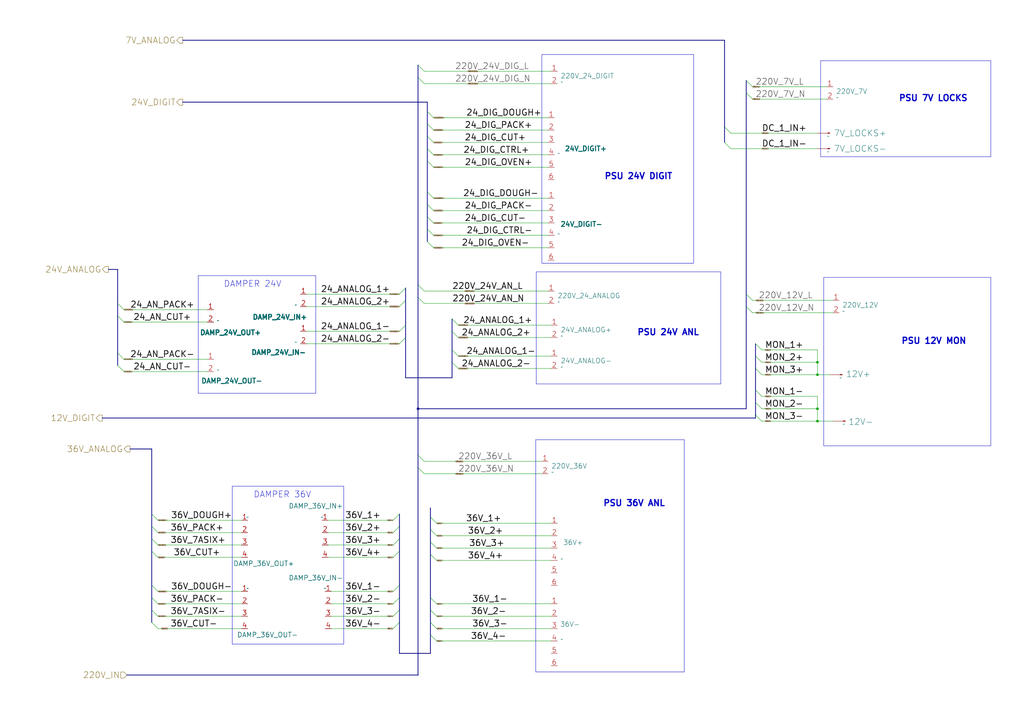
<source format=kicad_sch>
(kicad_sch (version 20231120) (generator "eeschema") (generator_version "8.0")
  (paper "A3")
  (lib_symbols
    (symbol "Connector:Conn_01x01_Pin_(WIDE)" (pin_numbers hide) (pin_names (offset 1.016) hide)
      (property "Reference" "J" (at 0.254 6.604 0))
      (property "Value" "Conn_01x01_Pin_(WIDE)" (at 0 -2.54 0))
      (symbol "Conn_01x01_Pin_(WIDE)_1_1"
        (polyline (pts (xy 1.27 0) (xy 0.8636 0)) (stroke (width 0.1524)))
        (rectangle (start 0.8636 0.127) (end 0 -0.127) (stroke (width 0.1524)) (fill (type outline)))
        (pin passive line (at 5.08 0 180) (length 3.81) (name "Pin_1") (number "1"))
      )
    )
    (symbol "Connector:Conn_01x02_(wide)"
      (property "Reference" "J" (at 0 0 0))
      (symbol "Conn_01x02_(wide)_1_1"
        (pin input line (at -2.54 -5.08 0) (length 2.54) (name "") (number "1"))
        (pin input line (at -2.54 -10.16 0) (length 2.54) (name "") (number "2"))
      )
    )
    (symbol "Connector:Conn_01x04_(wide)"
      (property "Reference" "J" (at 0 0 0))
      (symbol "Conn_01x04_(wide)_1_1"
        (pin input line (at -2.54 -5.08 0) (length 2.54) (name "") (number "1"))
        (pin input line (at -2.54 -10.16 0) (length 2.54) (name "") (number "2"))
        (pin input line (at -2.54 -15.24 0) (length 2.54) (name "") (number "3"))
        (pin input line (at -2.54 -20.32 0) (length 2.54) (name "") (number "4"))
      )
    )
    (symbol "Connector:Conn_01x06_(wide)"
      (property "Reference" "J" (at 0 0 0))
      (symbol "Conn_01x06_(wide)_1_1"
        (pin input line (at -2.54 -5.08 0) (length 2.54) (name "") (number "1"))
        (pin input line (at -2.54 -10.16 0) (length 2.54) (name "") (number "2"))
        (pin input line (at -2.54 -15.24 0) (length 2.54) (name "") (number "3"))
        (pin input line (at -2.54 -20.32 0) (length 2.54) (name "") (number "4"))
        (pin input line (at -2.54 -25.4 0) (length 2.54) (name "") (number "5"))
        (pin input line (at -2.54 -30.48 0) (length 2.54) (name "") (number "6"))
      )
    )
  )
  (junction (at 335.28 153.67))
  (junction (at 335.28 167.64))
  (junction (at 335.28 172.72))
  (junction (at 171.45 167.64))
  (junction (at 335.28 148.59))
  (bus_entry (at 163.83 240.03) (size -2.54 2.54))
  (bus_entry (at 171.45 121.92) (size 2.54 2.54))
  (bus_entry (at 297.18 58.42) (size 2.54 2.54))
  (bus_entry (at 175.26 99.06) (size 2.54 2.54))
  (bus_entry (at 48.26 124.46) (size 2.54 2.54))
  (bus_entry (at 306.07 33.02) (size 2.54 2.54))
  (bus_entry (at 176.53 255.27) (size 2.54 2.54))
  (bus_entry (at 175.26 60.96) (size 2.54 2.54))
  (bus_entry (at 175.26 50.8) (size 2.54 2.54))
  (bus_entry (at 175.26 93.98) (size 2.54 2.54))
  (bus_entry (at 297.18 52.07) (size 2.54 2.54))
  (bus_entry (at 175.26 45.72) (size 2.54 2.54))
  (bus_entry (at 309.88 151.13) (size 2.54 2.54))
  (bus_entry (at 163.83 245.11) (size -2.54 2.54))
  (bus_entry (at 163.83 226.06) (size -2.54 2.54))
  (bus_entry (at 309.88 140.97) (size 2.54 2.54))
  (bus_entry (at 171.45 116.84) (size 2.54 2.54))
  (bus_entry (at 185.42 130.81) (size 2.54 2.54))
  (bus_entry (at 176.53 250.19) (size 2.54 2.54))
  (bus_entry (at 62.23 226.06) (size 2.54 2.54))
  (bus_entry (at 166.37 138.43) (size -2.54 2.54))
  (bus_entry (at 62.23 220.98) (size 2.54 2.54))
  (bus_entry (at 163.83 250.19) (size -2.54 2.54))
  (bus_entry (at 185.42 148.59) (size 2.54 2.54))
  (bus_entry (at 62.23 245.11) (size 2.54 2.54))
  (bus_entry (at 176.53 227.33) (size 2.54 2.54))
  (bus_entry (at 176.53 245.11) (size 2.54 2.54))
  (bus_entry (at 163.83 215.9) (size -2.54 2.54))
  (bus_entry (at 175.26 88.9) (size 2.54 2.54))
  (bus_entry (at 171.45 191.77) (size 2.54 2.54))
  (bus_entry (at 176.53 260.35) (size 2.54 2.54))
  (bus_entry (at 171.45 186.69) (size 2.54 2.54))
  (bus_entry (at 62.23 250.19) (size 2.54 2.54))
  (bus_entry (at 166.37 133.35) (size -2.54 2.54))
  (bus_entry (at 171.45 31.75) (size 2.54 2.54))
  (bus_entry (at 166.37 118.11) (size -2.54 2.54))
  (bus_entry (at 309.88 170.18) (size 2.54 2.54))
  (bus_entry (at 163.83 255.27) (size -2.54 2.54))
  (bus_entry (at 176.53 212.09) (size 2.54 2.54))
  (bus_entry (at 309.88 146.05) (size 2.54 2.54))
  (bus_entry (at 306.07 38.1) (size 2.54 2.54))
  (bus_entry (at 171.45 26.67) (size 2.54 2.54))
  (bus_entry (at 175.26 83.82) (size 2.54 2.54))
  (bus_entry (at 306.07 125.73) (size 2.54 2.54))
  (bus_entry (at 163.83 220.98) (size -2.54 2.54))
  (bus_entry (at 309.88 160.02) (size 2.54 2.54))
  (bus_entry (at 309.88 165.1) (size 2.54 2.54))
  (bus_entry (at 175.26 55.88) (size 2.54 2.54))
  (bus_entry (at 166.37 123.19) (size -2.54 2.54))
  (bus_entry (at 48.26 129.54) (size 2.54 2.54))
  (bus_entry (at 62.23 215.9) (size 2.54 2.54))
  (bus_entry (at 176.53 217.17) (size 2.54 2.54))
  (bus_entry (at 175.26 66.04) (size 2.54 2.54))
  (bus_entry (at 48.26 144.78) (size 2.54 2.54))
  (bus_entry (at 306.07 120.65) (size 2.54 2.54))
  (bus_entry (at 62.23 255.27) (size 2.54 2.54))
  (bus_entry (at 163.83 210.82) (size -2.54 2.54))
  (bus_entry (at 62.23 210.82) (size 2.54 2.54))
  (bus_entry (at 185.42 135.89) (size 2.54 2.54))
  (bus_entry (at 48.26 149.86) (size 2.54 2.54))
  (bus_entry (at 62.23 240.03) (size 2.54 2.54))
  (bus_entry (at 175.26 78.74) (size 2.54 2.54))
  (bus_entry (at 176.53 222.25) (size 2.54 2.54))
  (bus_entry (at 185.42 143.51) (size 2.54 2.54))
  (wire (pts (xy 173.99 194.31) (xy 222.25 194.31)))
  (wire (pts (xy 187.96 138.43) (xy 226.06 138.43)))
  (wire (pts (xy 179.07 214.63) (xy 226.06 214.63)))
  (bus (pts (xy 171.45 167.64) (xy 306.07 167.64)))
  (wire (pts (xy 335.28 172.72) (xy 341.63 172.72)))
  (bus (pts (xy 163.83 215.9) (xy 163.83 220.98)))
  (wire (pts (xy 134.62 213.36) (xy 161.29 213.36)))
  (bus (pts (xy 175.26 93.98) (xy 175.26 99.06)))
  (wire (pts (xy 64.77 223.52) (xy 99.06 223.52)))
  (bus (pts (xy 48.26 124.46) (xy 48.26 129.54)))
  (bus (pts (xy 171.45 31.75) (xy 171.45 116.84)))
  (wire (pts (xy 173.99 119.38) (xy 224.79 119.38)))
  (wire (pts (xy 173.99 29.21) (xy 226.06 29.21)))
  (bus (pts (xy 171.45 191.77) (xy 171.45 276.86)))
  (bus (pts (xy 185.42 135.89) (xy 185.42 143.51)))
  (bus (pts (xy 176.53 208.28) (xy 176.53 212.09)))
  (wire (pts (xy 187.96 146.05) (xy 226.06 146.05)))
  (wire (pts (xy 335.28 148.59) (xy 335.28 143.51)))
  (wire (pts (xy 173.99 189.23) (xy 222.25 189.23)))
  (bus (pts (xy 163.83 220.98) (xy 163.83 226.06)))
  (bus (pts (xy 306.07 125.73) (xy 306.07 167.64)))
  (bus (pts (xy 166.37 118.11) (xy 166.37 123.19)))
  (wire (pts (xy 64.77 257.81) (xy 99.06 257.81)))
  (bus (pts (xy 163.83 245.11) (xy 163.83 250.19)))
  (wire (pts (xy 299.72 60.96) (xy 335.28 60.96)))
  (wire (pts (xy 135.89 257.81) (xy 161.29 257.81)))
  (bus (pts (xy 297.18 52.07) (xy 297.18 58.42)))
  (wire (pts (xy 308.61 123.19) (xy 341.63 123.19)))
  (wire (pts (xy 50.8 147.32) (xy 85.09 147.32)))
  (bus (pts (xy 166.37 154.94) (xy 185.42 154.94)))
  (wire (pts (xy 64.77 252.73) (xy 99.06 252.73)))
  (wire (pts (xy 177.8 91.44) (xy 224.79 91.44)))
  (bus (pts (xy 176.53 212.09) (xy 176.53 217.17)))
  (bus (pts (xy 74.93 16.51) (xy 297.18 16.51)))
  (bus (pts (xy 48.26 124.46) (xy 48.26 110.49)))
  (bus (pts (xy 62.23 245.11) (xy 62.23 250.19)))
  (bus (pts (xy 53.34 184.15) (xy 62.23 184.15)))
  (wire (pts (xy 125.73 125.73) (xy 163.83 125.73)))
  (bus (pts (xy 176.53 222.25) (xy 176.53 227.33)))
  (wire (pts (xy 335.28 162.56) (xy 312.42 162.56)))
  (bus (pts (xy 176.53 250.19) (xy 176.53 255.27)))
  (wire (pts (xy 64.77 228.6) (xy 99.06 228.6)))
  (bus (pts (xy 62.23 226.06) (xy 62.23 240.03)))
  (wire (pts (xy 179.07 262.89) (xy 226.06 262.89)))
  (bus (pts (xy 175.26 60.96) (xy 175.26 66.04)))
  (bus (pts (xy 166.37 133.35) (xy 166.37 138.43)))
  (wire (pts (xy 64.77 218.44) (xy 99.06 218.44)))
  (bus (pts (xy 185.42 154.94) (xy 185.42 148.59)))
  (bus (pts (xy 185.42 143.51) (xy 185.42 148.59)))
  (wire (pts (xy 335.28 143.51) (xy 312.42 143.51)))
  (bus (pts (xy 309.88 140.97) (xy 309.88 146.05)))
  (bus (pts (xy 163.83 240.03) (xy 163.83 245.11)))
  (wire (pts (xy 308.61 40.64) (xy 339.09 40.64)))
  (wire (pts (xy 179.07 252.73) (xy 226.06 252.73)))
  (wire (pts (xy 134.62 218.44) (xy 161.29 218.44)))
  (bus (pts (xy 74.93 41.91) (xy 175.26 41.91)))
  (wire (pts (xy 308.61 35.56) (xy 339.09 35.56)))
  (wire (pts (xy 335.28 153.67) (xy 335.28 148.59)))
  (bus (pts (xy 175.26 88.9) (xy 175.26 93.98)))
  (bus (pts (xy 175.26 83.82) (xy 175.26 88.9)))
  (wire (pts (xy 308.61 128.27) (xy 341.63 128.27)))
  (bus (pts (xy 175.26 50.8) (xy 175.26 55.88)))
  (bus (pts (xy 163.83 255.27) (xy 163.83 267.97)))
  (bus (pts (xy 306.07 125.73) (xy 306.07 120.65)))
  (wire (pts (xy 125.73 140.97) (xy 163.83 140.97)))
  (bus (pts (xy 48.26 129.54) (xy 48.26 144.78)))
  (bus (pts (xy 297.18 16.51) (xy 297.18 52.07)))
  (wire (pts (xy 177.8 81.28) (xy 224.79 81.28)))
  (bus (pts (xy 176.53 217.17) (xy 176.53 222.25)))
  (wire (pts (xy 135.89 247.65) (xy 161.29 247.65)))
  (bus (pts (xy 185.42 130.81) (xy 185.42 135.89)))
  (wire (pts (xy 64.77 213.36) (xy 99.06 213.36)))
  (wire (pts (xy 125.73 120.65) (xy 163.83 120.65)))
  (bus (pts (xy 309.88 160.02) (xy 309.88 165.1)))
  (bus (pts (xy 175.26 45.72) (xy 175.26 50.8)))
  (wire (pts (xy 312.42 153.67) (xy 335.28 153.67)))
  (wire (pts (xy 50.8 127) (xy 85.09 127)))
  (wire (pts (xy 224.79 124.46) (xy 173.99 124.46)))
  (bus (pts (xy 175.26 41.91) (xy 175.26 45.72)))
  (wire (pts (xy 179.07 229.87) (xy 226.06 229.87)))
  (bus (pts (xy 166.37 123.19) (xy 166.37 133.35)))
  (wire (pts (xy 125.73 135.89) (xy 163.83 135.89)))
  (wire (pts (xy 177.8 86.36) (xy 224.79 86.36)))
  (bus (pts (xy 176.53 267.97) (xy 176.53 260.35)))
  (wire (pts (xy 312.42 148.59) (xy 335.28 148.59)))
  (wire (pts (xy 179.07 224.79) (xy 226.06 224.79)))
  (bus (pts (xy 163.83 250.19) (xy 163.83 255.27)))
  (bus (pts (xy 171.45 167.64) (xy 171.45 186.69)))
  (wire (pts (xy 177.8 63.5) (xy 224.79 63.5)))
  (bus (pts (xy 176.53 255.27) (xy 176.53 260.35)))
  (bus (pts (xy 176.53 227.33) (xy 176.53 245.11)))
  (wire (pts (xy 179.07 219.71) (xy 226.06 219.71)))
  (wire (pts (xy 177.8 68.58) (xy 224.79 68.58)))
  (bus (pts (xy 306.07 33.02) (xy 306.07 38.1)))
  (bus (pts (xy 163.83 267.97) (xy 176.53 267.97)))
  (bus (pts (xy 166.37 138.43) (xy 166.37 154.94)))
  (wire (pts (xy 134.62 228.6) (xy 161.29 228.6)))
  (wire (pts (xy 187.96 133.35) (xy 226.06 133.35)))
  (bus (pts (xy 171.45 116.84) (xy 171.45 121.92)))
  (bus (pts (xy 175.26 66.04) (xy 175.26 78.74)))
  (wire (pts (xy 312.42 172.72) (xy 335.28 172.72)))
  (bus (pts (xy 163.83 210.82) (xy 163.83 215.9)))
  (bus (pts (xy 62.23 250.19) (xy 62.23 255.27)))
  (bus (pts (xy 44.45 110.49) (xy 48.26 110.49)))
  (wire (pts (xy 312.42 167.64) (xy 335.28 167.64)))
  (bus (pts (xy 62.23 215.9) (xy 62.23 220.98)))
  (wire (pts (xy 299.72 54.61) (xy 335.28 54.61)))
  (bus (pts (xy 176.53 245.11) (xy 176.53 250.19)))
  (wire (pts (xy 177.8 48.26) (xy 224.79 48.26)))
  (bus (pts (xy 309.88 160.02) (xy 309.88 151.13)))
  (bus (pts (xy 62.23 240.03) (xy 62.23 245.11)))
  (wire (pts (xy 135.89 242.57) (xy 161.29 242.57)))
  (bus (pts (xy 62.23 215.9) (xy 62.23 210.82)))
  (wire (pts (xy 335.28 172.72) (xy 335.28 167.64)))
  (wire (pts (xy 335.28 167.64) (xy 335.28 162.56)))
  (bus (pts (xy 171.45 276.86) (xy 52.07 276.86)))
  (wire (pts (xy 135.89 252.73) (xy 161.29 252.73)))
  (bus (pts (xy 306.07 38.1) (xy 306.07 120.65)))
  (bus (pts (xy 171.45 26.67) (xy 171.45 31.75)))
  (bus (pts (xy 175.26 78.74) (xy 175.26 83.82)))
  (bus (pts (xy 309.88 151.13) (xy 309.88 146.05)))
  (wire (pts (xy 179.07 247.65) (xy 226.06 247.65)))
  (wire (pts (xy 335.28 153.67) (xy 340.36 153.67)))
  (wire (pts (xy 177.8 53.34) (xy 224.79 53.34)))
  (bus (pts (xy 171.45 186.69) (xy 171.45 191.77)))
  (bus (pts (xy 309.88 170.18) (xy 309.88 165.1)))
  (wire (pts (xy 134.62 223.52) (xy 161.29 223.52)))
  (bus (pts (xy 175.26 55.88) (xy 175.26 60.96)))
  (wire (pts (xy 173.99 34.29) (xy 226.06 34.29)))
  (bus (pts (xy 41.91 171.45) (xy 309.88 171.45)))
  (wire (pts (xy 64.77 247.65) (xy 99.06 247.65)))
  (bus (pts (xy 62.23 210.82) (xy 62.23 184.15)))
  (wire (pts (xy 179.07 257.81) (xy 226.06 257.81)))
  (bus (pts (xy 171.45 121.92) (xy 171.45 167.64)))
  (wire (pts (xy 187.96 151.13) (xy 226.06 151.13)))
  (bus (pts (xy 62.23 220.98) (xy 62.23 226.06)))
  (wire (pts (xy 64.77 242.57) (xy 99.06 242.57)))
  (wire (pts (xy 177.8 96.52) (xy 224.79 96.52)))
  (wire (pts (xy 50.8 132.08) (xy 85.09 132.08)))
  (wire (pts (xy 50.8 152.4) (xy 85.09 152.4)))
  (bus (pts (xy 48.26 144.78) (xy 48.26 149.86)))
  (wire (pts (xy 177.8 58.42) (xy 224.79 58.42)))
  (bus (pts (xy 309.88 171.45) (xy 309.88 170.18)))
  (bus (pts (xy 163.83 226.06) (xy 163.83 240.03)))
  (wire (pts (xy 177.8 101.6) (xy 224.79 101.6)))
  (rectangle (start 81.28 113.03) (end 129.54 161.29))
  (rectangle (start 219.964 111.506) (end 295.656 157.48))
  (rectangle (start 222.25 22.352) (end 284.48 107.95))
  (rectangle (start 336.55 24.892) (end 406.4 64.262))
  (rectangle (start 219.71 180.34) (end 280.67 275.59))
  (rectangle (start 95.25 199.39) (end 140.97 264.16))
  (rectangle (start 337.82 113.792) (end 406.4 182.88))
  (text "PSU 7V LOCKS\n" (at 382.778 40.386 0) (effects (font (size 2.5 2.5) (thickness 0.5) (bold yes))))
  (text "DAMPER 36V" (at 115.824 202.946 0) (effects (font (size 2.5 2.5))))
  (text "PSU 24V DIGIT\n" (at 261.874 72.39 0) (effects (font (size 2.5 2.5) (thickness 0.5) (bold yes))))
  (text "PSU 12V MON\n" (at 383.032 139.954 0) (effects (font (size 2.5 2.5) (thickness 0.5) (bold yes))))
  (text "DAMPER 24V" (at 103.632 116.586 0) (effects (font (size 2.5 2.5))))
  (text "PSU 24V ANL\n" (at 274.066 136.398 0) (effects (font (size 2.5 2.5) (thickness 0.5) (bold yes))))
  (text "PSU 36V ANL\n" (at 260.096 206.502 0) (effects (font (size 2.5 2.5) (thickness 0.5) (bold yes))))
  (label "24_DIG_PACK+" (at 190.5 53.34 0) (effects (font (size 2.5 2.5) (thickness 0.3125))))
  (label "36V_2-" (at 156.21 247.65 180) (effects (font (size 2.5 2.5) (thickness 0.3125))))
  (label "24_DIG_OVEN-" (at 217.17 101.6 180) (effects (font (size 2.5 2.5) (thickness 0.3125))))
  (label "36V_DOUGH-" (at 95.25 242.57 180) (effects (font (size 2.5 2.5) (thickness 0.3125))))
  (label "220V_24V_AN_N" (at 185.42 124.46 0) (effects (font (size 2.5 2.5) (thickness 0.3125))))
  (label "220V_36V_N" (at 187.96 194.31 0) (effects (font (size 2.5 2.5))))
  (label "220V_24V_DIG_L" (at 186.69 29.21 0) (effects (font (size 2.5 2.5))))
  (label "220V_7V_L" (at 309.88 35.56 0) (effects (font (size 2.5 2.5))))
  (label "24_ANALOG_2+" (at 189.23 138.43 0) (effects (font (size 2.5 2.5) (thickness 0.3125))))
  (label "36V_3+" (at 156.21 223.52 180) (effects (font (size 2.5 2.5) (thickness 0.3125))))
  (label "36V_PACK+" (at 69.85 218.44 0) (effects (font (size 2.5 2.5) (thickness 0.3125))))
  (label "36V_2-" (at 193.04 252.73 0) (effects (font (size 2.5 2.5) (thickness 0.3125))))
  (label "24_DIG_CTRL+" (at 217.17 63.5 180) (effects (font (size 2.5 2.5) (thickness 0.3125))))
  (label "36V_1-" (at 208.28 247.65 180) (effects (font (size 2.5 2.5) (thickness 0.3125))))
  (label "36V_3-" (at 208.28 257.81 180) (effects (font (size 2.5 2.5) (thickness 0.3125))))
  (label "24_DIG_CUT+" (at 190.5 58.42 0) (effects (font (size 2.5 2.5) (thickness 0.3125))))
  (label "MON_3-" (at 313.69 172.72 0) (effects (font (size 2.5 2.5) (thickness 0.3125))))
  (label "220V_7V_N" (at 309.88 40.64 0) (effects (font (size 2.5 2.5))))
  (label "24_AN_PACK+" (at 53.34 127 0) (effects (font (size 2.5 2.5) (thickness 0.3125))))
  (label "24_ANALOG_1+" (at 160.02 120.65 180) (effects (font (size 2.5 2.5) (thickness 0.3125))))
  (label "36V_4+" (at 191.77 229.87 0) (effects (font (size 2.5 2.5) (thickness 0.3125))))
  (label "24_ANALOG_2-" (at 189.23 151.13 0) (effects (font (size 2.5 2.5) (thickness 0.3125))))
  (label "36V_4-" (at 156.21 257.81 180) (effects (font (size 2.5 2.5) (thickness 0.3125))))
  (label "24_DIG_DOUGH+" (at 222.25 48.26 180) (effects (font (size 2.5 2.5) (thickness 0.3125))))
  (label "24_AN_CUT-" (at 54.61 152.4 0) (effects (font (size 2.5 2.5) (thickness 0.3125))))
  (label "36V_CUT-" (at 69.85 257.81 0) (effects (font (size 2.5 2.5) (thickness 0.3125))))
  (label "36V_4+" (at 156.21 228.6 180) (effects (font (size 2.5 2.5) (thickness 0.3125))))
  (label "DC_1_IN-" (at 312.42 60.96 0) (effects (font (size 2.5 2.5) (thickness 0.3125))))
  (label "24_DIG_CTRL-" (at 218.44 96.52 180) (effects (font (size 2.5 2.5) (thickness 0.3125))))
  (label "24_DIG_OVEN+" (at 218.44 68.58 180) (effects (font (size 2.5 2.5) (thickness 0.3125))))
  (label "36V_7ASIX-" (at 69.85 252.73 0) (effects (font (size 2.5 2.5) (thickness 0.3125))))
  (label "36V_3+" (at 207.01 224.79 180) (effects (font (size 2.5 2.5) (thickness 0.3125))))
  (label "24_ANALOG_1+" (at 218.44 133.35 180) (effects (font (size 2.5 2.5) (thickness 0.3125))))
  (label "36V_2+" (at 156.21 218.44 180) (effects (font (size 2.5 2.5) (thickness 0.3125))))
  (label "220V_36V_L" (at 187.96 189.23 0) (effects (font (size 2.5 2.5))))
  (label "MON_1+" (at 313.69 143.51 0) (effects (font (size 2.5 2.5) (thickness 0.3125))))
  (label "24_DIG_CUT-" (at 190.5 91.44 0) (effects (font (size 2.5 2.5) (thickness 0.3125))))
  (label "220V_12V_N" (at 311.15 128.27 0) (effects (font (size 2.5 2.5))))
  (label "36V_2+" (at 191.77 219.71 0) (effects (font (size 2.5 2.5) (thickness 0.3125))))
  (label "36V_4-" (at 193.04 262.89 0) (effects (font (size 2.5 2.5) (thickness 0.3125))))
  (label "24_ANALOG_2-" (at 160.02 140.97 180) (effects (font (size 2.5 2.5) (thickness 0.3125))))
  (label "36V_DOUGH+" (at 95.25 213.36 180) (effects (font (size 2.5 2.5) (thickness 0.3125))))
  (label "24_DIG_DOUGH-" (at 220.98 81.28 180) (effects (font (size 2.5 2.5) (thickness 0.3125))))
  (label "36V_1+" (at 205.74 214.63 180) (effects (font (size 2.5 2.5) (thickness 0.3125))))
  (label "24_AN_CUT+" (at 54.61 132.08 0) (effects (font (size 2.5 2.5) (thickness 0.3125))))
  (label "24_AN_PACK-" (at 53.34 147.32 0) (effects (font (size 2.5 2.5) (thickness 0.3125))))
  (label "36V_3-" (at 156.21 252.73 180) (effects (font (size 2.5 2.5) (thickness 0.3125))))
  (label "24_DIG_PACK-" (at 190.5 86.36 0) (effects (font (size 2.5 2.5) (thickness 0.3125))))
  (label "36V_7ASIX+" (at 69.85 223.52 0) (effects (font (size 2.5 2.5) (thickness 0.3125))))
  (label "220V_12V_L" (at 311.15 123.19 0) (effects (font (size 2.5 2.5))))
  (label "220V_24V_DIG_N" (at 186.69 34.29 0) (effects (font (size 2.5 2.5))))
  (label "36V_1+" (at 156.21 213.36 180) (effects (font (size 2.5 2.5) (thickness 0.3125))))
  (label "36V_CUT+" (at 71.12 228.6 0) (effects (font (size 2.5 2.5) (thickness 0.3125))))
  (label "36V_PACK-" (at 69.85 247.65 0) (effects (font (size 2.5 2.5) (thickness 0.3125))))
  (label "24_ANALOG_2+" (at 160.02 125.73 180) (effects (font (size 2.5 2.5) (thickness 0.3125))))
  (label "MON_3+" (at 313.69 153.67 0) (effects (font (size 2.5 2.5) (thickness 0.3125))))
  (label "MON_2-" (at 313.69 167.64 0) (effects (font (size 2.5 2.5) (thickness 0.3125))))
  (label "24_ANALOG_1-" (at 219.71 146.05 180) (effects (font (size 2.5 2.5) (thickness 0.3125))))
  (label "MON_1-" (at 313.69 162.56 0) (effects (font (size 2.5 2.5) (thickness 0.3125))))
  (label "24_ANALOG_1-" (at 160.02 135.89 180) (effects (font (size 2.5 2.5) (thickness 0.3125))))
  (label "DC_1_IN+" (at 312.42 54.61 0) (effects (font (size 2.5 2.5) (thickness 0.3125))))
  (label "MON_2+" (at 313.69 148.59 0) (effects (font (size 2.5 2.5) (thickness 0.3125))))
  (label "220V_24V_AN_L" (at 185.42 119.38 0) (effects (font (size 2.5 2.5) (thickness 0.3125))))
  (label "36V_1-" (at 156.21 242.57 180) (effects (font (size 2.5 2.5) (thickness 0.3125))))
  (global_label "36V_1-" (shape input) (at 179.07 247.65 0) (effects (font (size 0.3 0.3))) (property "Intersheetrefs" "${INTERSHEET_REFS}" (effects (hide yes))))
  (global_label "220V_12V_L" (shape input) (at 309.88 123.19 0) (effects (font (size 0.3 0.3))) (property "Intersheetrefs" "${INTERSHEET_REFS}" (effects (hide yes))))
  (global_label "24_ANALOG_1+" (shape input) (at 163.83 120.65 180) (effects (font (size 0.3 0.3))) (property "Intersheetrefs" "${INTERSHEET_REFS}" (effects (hide yes))))
  (global_label "220V_12V_N" (shape input) (at 309.88 128.27 0) (effects (font (size 0.3 0.3))) (property "Intersheetrefs" "${INTERSHEET_REFS}" (effects (hide yes))))
  (global_label "MON_2-" (shape input) (at 313.69 167.64 0) (effects (font (size 0.3 0.3))) (property "Intersheetrefs" "${INTERSHEET_REFS}" (effects (hide yes))))
  (global_label "24_DIG_OVEN-" (shape input) (at 177.8 101.6 0) (effects (font (size 0.3 0.3))) (property "Intersheetrefs" "${INTERSHEET_REFS}" (effects (hide yes))))
  (global_label "36V_PACK+" (shape input) (at 64.77 218.44 0) (effects (font (size 0.3 0.3))) (property "Intersheetrefs" "${INTERSHEET_REFS}" (effects (hide yes))))
  (global_label "24_AN_CUT-" (shape input) (at 50.8 152.4 0) (effects (font (size 0.3 0.3))) (property "Intersheetrefs" "${INTERSHEET_REFS}" (effects (hide yes))))
  (global_label "24_ANALOG_2+" (shape input) (at 187.96 138.43 0) (effects (font (size 0.3 0.3))) (property "Intersheetrefs" "${INTERSHEET_REFS}" (effects (hide yes))))
  (global_label "220V_36V_N" (shape input) (at 186.69 194.31 0) (effects (font (size 0.3 0.3))) (property "Intersheetrefs" "${INTERSHEET_REFS}" (effects (hide yes))))
  (global_label "36V_7ASIX+" (shape input) (at 64.77 223.52 0) (effects (font (size 0.3 0.3))) (property "Intersheetrefs" "${INTERSHEET_REFS}" (effects (hide yes))))
  (global_label "220V_7V_L" (shape input) (at 308.61 35.56 0) (effects (font (size 0.3 0.3))) (property "Intersheetrefs" "${INTERSHEET_REFS}" (effects (hide yes))))
  (global_label "220V_24V_DIG_L" (shape input) (at 191.77 29.21 0) (effects (font (size 0.3 0.3))) (property "Intersheetrefs" "${INTERSHEET_REFS}" (effects (hide yes))))
  (global_label "24_AN_PACK-" (shape input) (at 50.8 147.32 0) (effects (font (size 0.3 0.3))) (property "Intersheetrefs" "${INTERSHEET_REFS}" (effects (hide yes))))
  (global_label "36V_3-" (shape input) (at 179.07 257.81 0) (effects (font (size 0.3 0.3))) (property "Intersheetrefs" "${INTERSHEET_REFS}" (effects (hide yes))))
  (global_label "36V_4+" (shape input) (at 179.07 229.87 0) (effects (font (size 0.3 0.3))) (property "Intersheetrefs" "${INTERSHEET_REFS}" (effects (hide yes))))
  (global_label "36V_DOUGH-" (shape input) (at 64.77 242.57 0) (effects (font (size 0.3 0.3))) (property "Intersheetrefs" "${INTERSHEET_REFS}" (effects (hide yes))))
  (global_label "220V_24V_DIG_N" (shape input) (at 191.77 34.29 0) (effects (font (size 0.3 0.3))) (property "Intersheetrefs" "${INTERSHEET_REFS}" (effects (hide yes))))
  (global_label "36V_7ASIX-" (shape input) (at 64.77 252.73 0) (effects (font (size 0.3 0.3))) (property "Intersheetrefs" "${INTERSHEET_REFS}" (effects (hide yes))))
  (global_label "36V_3-" (shape input) (at 161.29 252.73 180) (effects (font (size 0.3 0.3))) (property "Intersheetrefs" "${INTERSHEET_REFS}" (effects (hide yes))))
  (global_label "MON_1+" (shape input) (at 313.69 143.51 0) (effects (font (size 0.3 0.3))) (property "Intersheetrefs" "${INTERSHEET_REFS}" (effects (hide yes))))
  (global_label "24_DIG_CUT-" (shape input) (at 177.8 91.44 0) (effects (font (size 0.3 0.3))) (property "Intersheetrefs" "${INTERSHEET_REFS}" (effects (hide yes))))
  (global_label "36V_1+" (shape input) (at 161.29 213.36 180) (effects (font (size 0.3 0.3))) (property "Intersheetrefs" "${INTERSHEET_REFS}" (effects (hide yes))))
  (global_label "24_DIG_CTRL+" (shape input) (at 177.8 63.5 0) (effects (font (size 0.3 0.3))) (property "Intersheetrefs" "${INTERSHEET_REFS}" (effects (hide yes))))
  (global_label "24_DIG_DOUGH+" (shape input) (at 177.8 48.26 0) (effects (font (size 0.3 0.3))) (property "Intersheetrefs" "${INTERSHEET_REFS}" (effects (hide yes))))
  (global_label "36V_1+" (shape input) (at 179.07 214.63 0) (effects (font (size 0.3 0.3))) (property "Intersheetrefs" "${INTERSHEET_REFS}" (effects (hide yes))))
  (global_label "36V_4-" (shape input) (at 179.07 262.89 0) (effects (font (size 0.3 0.3))) (property "Intersheetrefs" "${INTERSHEET_REFS}" (effects (hide yes))))
  (global_label "36V_PACK-" (shape input) (at 64.77 247.65 0) (effects (font (size 0.3 0.3))) (property "Intersheetrefs" "${INTERSHEET_REFS}" (effects (hide yes))))
  (global_label "DC_1_IN+" (shape input) (at 312.42 54.61 0) (effects (font (size 0.3 0.3))) (property "Intersheetrefs" "${INTERSHEET_REFS}" (effects (hide yes))))
  (global_label "MON_1-" (shape input) (at 313.69 162.56 0) (effects (font (size 0.3 0.3))) (property "Intersheetrefs" "${INTERSHEET_REFS}" (effects (hide yes))))
  (global_label "24_ANALOG_1-" (shape input) (at 187.96 146.05 0) (effects (font (size 0.3 0.3))) (property "Intersheetrefs" "${INTERSHEET_REFS}" (effects (hide yes))))
  (global_label "DC_1_IN-" (shape input) (at 312.42 60.96 0) (effects (font (size 0.3 0.3))) (property "Intersheetrefs" "${INTERSHEET_REFS}" (effects (hide yes))))
  (global_label "24_DIG_OVEN+" (shape input) (at 177.8 68.58 0) (effects (font (size 0.3 0.3))) (property "Intersheetrefs" "${INTERSHEET_REFS}" (effects (hide yes))))
  (global_label "24_DIG_PACK-" (shape input) (at 177.8 86.36 0) (effects (font (size 0.3 0.3))) (property "Intersheetrefs" "${INTERSHEET_REFS}" (effects (hide yes))))
  (global_label "36V_3+" (shape input) (at 161.29 223.52 180) (effects (font (size 0.3 0.3))) (property "Intersheetrefs" "${INTERSHEET_REFS}" (effects (hide yes))))
  (global_label "24_DIG_CUT+" (shape input) (at 177.8 58.42 0) (effects (font (size 0.3 0.3))) (property "Intersheetrefs" "${INTERSHEET_REFS}" (effects (hide yes))))
  (global_label "24_AN_PACK+" (shape input) (at 50.8 127 0) (effects (font (size 0.3 0.3))) (property "Intersheetrefs" "${INTERSHEET_REFS}" (effects (hide yes))))
  (global_label "24_ANALOG_2-" (shape input) (at 187.96 151.13 0) (effects (font (size 0.3 0.3))) (property "Intersheetrefs" "${INTERSHEET_REFS}" (effects (hide yes))))
  (global_label "MON_2+" (shape input) (at 313.69 148.59 0) (effects (font (size 0.3 0.3))) (property "Intersheetrefs" "${INTERSHEET_REFS}" (effects (hide yes))))
  (global_label "36V_DOUGH+" (shape input) (at 64.77 213.36 0) (effects (font (size 0.3 0.3))) (property "Intersheetrefs" "${INTERSHEET_REFS}" (effects (hide yes))))
  (global_label "36V_CUT-" (shape input) (at 66.04 257.81 0) (effects (font (size 0.3 0.3))) (property "Intersheetrefs" "${INTERSHEET_REFS}" (effects (hide yes))))
  (global_label "24_DIG_CTRL-" (shape input) (at 177.8 96.52 0) (effects (font (size 0.3 0.3))) (property "Intersheetrefs" "${INTERSHEET_REFS}" (effects (hide yes))))
  (global_label "36V_4+" (shape input) (at 161.29 228.6 180) (effects (font (size 0.3 0.3))) (property "Intersheetrefs" "${INTERSHEET_REFS}" (effects (hide yes))))
  (global_label "220V_24V_AN_N" (shape input) (at 190.5 124.46 0) (effects (font (size 0.3 0.3))) (property "Intersheetrefs" "${INTERSHEET_REFS}" (effects (hide yes))))
  (global_label "MON_3-" (shape input) (at 313.69 172.72 0) (effects (font (size 0.3 0.3))) (property "Intersheetrefs" "${INTERSHEET_REFS}" (effects (hide yes))))
  (global_label "220V_24V_AN_L" (shape input) (at 190.5 119.38 0) (effects (font (size 0.3 0.3))) (property "Intersheetrefs" "${INTERSHEET_REFS}" (effects (hide yes))))
  (global_label "36V_2-" (shape input) (at 179.07 252.73 0) (effects (font (size 0.3 0.3))) (property "Intersheetrefs" "${INTERSHEET_REFS}" (effects (hide yes))))
  (global_label "220V_36V_L" (shape input) (at 186.69 189.23 0) (effects (font (size 0.3 0.3))) (property "Intersheetrefs" "${INTERSHEET_REFS}" (effects (hide yes))))
  (global_label "24_DIG_DOUGH-" (shape input) (at 177.8 81.28 0) (effects (font (size 0.3 0.3))) (property "Intersheetrefs" "${INTERSHEET_REFS}" (effects (hide yes))))
  (global_label "24_AN_CUT+" (shape input) (at 50.8 132.08 0) (effects (font (size 0.3 0.3))) (property "Intersheetrefs" "${INTERSHEET_REFS}" (effects (hide yes))))
  (global_label "24_DIG_PACK+" (shape input) (at 177.8 53.34 0) (effects (font (size 0.3 0.3))) (property "Intersheetrefs" "${INTERSHEET_REFS}" (effects (hide yes))))
  (global_label "36V_CUT+" (shape input) (at 64.77 228.6 0) (effects (font (size 0.3 0.3))) (property "Intersheetrefs" "${INTERSHEET_REFS}" (effects (hide yes))))
  (global_label "220V_7V_N" (shape input) (at 308.61 40.64 0) (effects (font (size 0.3 0.3))) (property "Intersheetrefs" "${INTERSHEET_REFS}" (effects (hide yes))))
  (global_label "36V_2+" (shape input) (at 179.07 219.71 0) (effects (font (size 0.3 0.3))) (property "Intersheetrefs" "${INTERSHEET_REFS}" (effects (hide yes))))
  (global_label "36V_1-" (shape input) (at 161.29 242.57 180) (effects (font (size 0.3 0.3))) (property "Intersheetrefs" "${INTERSHEET_REFS}" (effects (hide yes))))
  (global_label "24_ANALOG_1-" (shape input) (at 163.83 135.89 180) (effects (font (size 0.3 0.3))) (property "Intersheetrefs" "${INTERSHEET_REFS}" (effects (hide yes))))
  (global_label "36V_3+" (shape input) (at 179.07 224.79 0) (effects (font (size 0.3 0.3))) (property "Intersheetrefs" "${INTERSHEET_REFS}" (effects (hide yes))))
  (global_label "36V_4-" (shape input) (at 161.29 257.81 180) (effects (font (size 0.3 0.3))) (property "Intersheetrefs" "${INTERSHEET_REFS}" (effects (hide yes))))
  (global_label "36V_2-" (shape input) (at 161.29 247.65 180) (effects (font (size 0.3 0.3))) (property "Intersheetrefs" "${INTERSHEET_REFS}" (effects (hide yes))))
  (global_label "36V_2+" (shape input) (at 161.29 218.44 180) (effects (font (size 0.3 0.3))) (property "Intersheetrefs" "${INTERSHEET_REFS}" (effects (hide yes))))
  (global_label "MON_3+" (shape input) (at 313.69 153.67 0) (effects (font (size 0.3 0.3))) (property "Intersheetrefs" "${INTERSHEET_REFS}" (effects (hide yes))))
  (global_label "24_ANALOG_2-" (shape input) (at 163.83 140.97 180) (effects (font (size 0.3 0.3))) (property "Intersheetrefs" "${INTERSHEET_REFS}" (effects (hide yes))))
  (global_label "24_ANALOG_2+" (shape input) (at 163.83 125.73 180) (effects (font (size 0.3 0.3))) (property "Intersheetrefs" "${INTERSHEET_REFS}" (effects (hide yes))))
  (global_label "24_ANALOG_1+" (shape input) (at 187.96 133.35 0) (effects (font (size 0.3 0.3))) (property "Intersheetrefs" "${INTERSHEET_REFS}" (effects (hide yes))))
  (hierarchical_label "7V_ANALOG" (shape output) (at 74.93 16.51 180) (effects (font (size 2.5 2.5))))
  (hierarchical_label "220V_IN" (shape input) (at 52.07 276.86 180) (effects (font (size 2.5 2.5))))
  (hierarchical_label "12V_DIGIT" (shape output) (at 41.91 171.45 180) (effects (font (size 2.5 2.5))))
  (hierarchical_label "24V_ANALOG" (shape output) (at 44.45 110.49 180) (effects (font (size 2.5 2.5))))
  (hierarchical_label "36V_ANALOG" (shape output) (at 53.34 184.15 180) (effects (font (size 2.5 2.5))))
  (hierarchical_label "24V_DIGIT" (shape output) (at 74.93 41.91 180) (effects (font (size 2.5 2.5))))
  (symbol (lib_id "Connector:Conn_01x04_(wide)") (at 101.6 208.28 0) (unit 1)
    (property "Reference" "DAMP_36V_OUT+" (at 108.204 231.14 0) (effects (font (size 2 2))))
    (property "Value" "~" (at 101.6 212.09 0))
  )
  (symbol (lib_id "Connector:Conn_01x02_(wide)") (at 87.63 142.24 0) (unit 1)
    (property "Reference" "DAMP_24V_OUT-" (at 82.296 156.21 0) (effects (font (size 2 2) (thickness 0.4) (bold yes)) (justify left)))
    (property "Value" "~" (at 88.9 151.765 0) (effects (justify left)))
  )
  (symbol (lib_id "Connector:Conn_01x06_(wide)") (at 228.6 209.55 0) (unit 1)
    (property "Reference" "36V+" (at 230.886 222.504 0) (effects (font (size 2 2)) (justify left)))
    (property "Value" "~" (at 229.87 229.235 0) (effects (justify left)))
  )
  (symbol (lib_id "Connector:Conn_01x02_(wide)") (at 123.19 115.57 0) (mirror y) (unit 1)
    (property "Reference" "DAMP_24V_IN+" (at 126.238 130.048 0) (effects (font (size 2 2) (thickness 0.4) (bold yes)) (justify left)))
    (property "Value" "~" (at 121.92 125.095 0) (effects (justify left)))
  )
  (symbol (lib_id "Connector:Conn_01x04_(wide)") (at 101.6 237.49 0) (unit 1)
    (property "Reference" "DAMP_36V_OUT-" (at 109.728 260.35 0) (effects (font (size 2 2))))
    (property "Value" "~" (at 101.6 241.3 0))
  )
  (symbol (lib_id "Connector:Conn_01x04_(wide)") (at 133.35 237.49 0) (mirror y) (unit 1)
    (property "Reference" "DAMP_36V_IN-" (at 129.54 236.982 0) (effects (font (size 2 2))))
    (property "Value" "~" (at 133.35 241.3 0))
  )
  (symbol (lib_id "Connector:Conn_01x06_(wide)") (at 228.6 242.57 0) (unit 1)
    (property "Reference" "36V-" (at 229.616 256.032 0) (effects (font (size 2 2)) (justify left)))
    (property "Value" "~" (at 229.87 262.255 0) (effects (justify left)))
  )
  (symbol (lib_id "Connector:Conn_01x01_Pin_(WIDE)") (at 345.44 153.67 0) (mirror y) (unit 1)
    (property "Reference" "12V+" (at 352.044 153.416 0) (effects (font (size 2.5 2.5))))
    (property "Value" "~" (at 344.805 154.94 0))
    (property "Description" "Generic connector, single row, 01x01, script generated" (effects (hide yes)))
  )
  (symbol (lib_id "Connector:Conn_01x02_(wide)") (at 227.33 114.3 0) (unit 1)
    (property "Reference" "220V_24_ANALOG" (at 228.6 121.2849 0) (effects (font (size 2 2)) (justify left)))
    (property "Value" "~" (at 228.6 123.825 0) (effects (justify left)))
  )
  (symbol (lib_id "Connector:Conn_01x01_Pin_(WIDE)") (at 340.36 54.61 0) (mirror y) (unit 1)
    (property "Reference" "7V_LOCKS+" (at 352.806 54.61 0) (effects (font (size 2.5 2.5))))
    (property "Value" "~" (at 339.725 55.88 0))
    (property "Description" "Generic connector, single row, 01x01, script generated" (effects (hide yes)))
  )
  (symbol (lib_id "Connector:Conn_01x01_Pin_(WIDE)") (at 340.36 60.96 0) (mirror y) (unit 1)
    (property "Reference" "7V_LOCKS-" (at 352.806 60.96 0) (effects (font (size 2.5 2.5))))
    (property "Value" "~" (at 339.725 62.23 0))
    (property "Description" "Generic connector, single row, 01x01, script generated" (effects (hide yes)))
  )
  (symbol (lib_id "Connector:Conn_01x02_(wide)") (at 228.6 24.13 0) (unit 1)
    (property "Reference" "220V_24_DIGIT" (at 229.87 31.1149 0) (effects (font (size 2 2)) (justify left)))
    (property "Value" "~" (at 229.87 33.655 0) (effects (justify left)))
  )
  (symbol (lib_id "Connector:Conn_01x02_(wide)") (at 224.79 184.15 0) (unit 1)
    (property "Reference" "220V_36V" (at 226.06 191.1349 0) (effects (font (size 2 2)) (justify left)))
    (property "Value" "~" (at 226.06 193.675 0) (effects (justify left)))
  )
  (symbol (lib_id "Connector:Conn_01x01_Pin_(WIDE)") (at 346.71 172.72 0) (mirror y) (unit 1)
    (property "Reference" "12V-" (at 353.06 172.974 0) (effects (font (size 2.5 2.5))))
    (property "Value" "~" (at 346.075 173.99 0))
    (property "Description" "Generic connector, single row, 01x01, script generated" (effects (hide yes)))
  )
  (symbol (lib_id "Connector:Conn_01x04_(wide)") (at 132.08 208.28 0) (mirror y) (unit 1)
    (property "Reference" "DAMP_36V_IN+" (at 129.54 207.518 0) (effects (font (size 2 2))))
    (property "Value" "~" (at 132.08 212.09 0))
  )
  (symbol (lib_id "Connector:Conn_01x02_(wide)") (at 344.17 118.11 0) (unit 1)
    (property "Reference" "220V_12V" (at 345.44 125.0949 0) (effects (font (size 2 2)) (justify left)))
    (property "Value" "~" (at 345.44 127.635 0) (effects (justify left)))
  )
  (symbol (lib_id "Connector:Conn_01x02_(wide)") (at 123.19 130.81 0) (mirror y) (unit 1)
    (property "Reference" "DAMP_24V_IN-" (at 125.73 144.526 0) (effects (font (size 2 2) (thickness 0.4) (bold yes)) (justify left)))
    (property "Value" "~" (at 121.92 140.335 0) (effects (justify left)))
  )
  (symbol (lib_id "Connector:Conn_01x02_(wide)") (at 341.63 30.48 0) (unit 1)
    (property "Reference" "220V_7V" (at 342.9 37.4649 0) (effects (font (size 2 2)) (justify left)))
    (property "Value" "~" (at 342.9 40.005 0) (effects (justify left)))
  )
  (symbol (lib_id "Connector:Conn_01x06_(wide)") (at 227.33 76.2 0) (unit 1)
    (property "Reference" "24V_DIGIT-" (at 229.616 91.948 0) (effects (font (size 2 2) (thickness 0.4) (bold yes)) (justify left)))
    (property "Value" "~" (at 228.6 95.885 0) (effects (justify left)))
  )
  (symbol (lib_id "Connector:Conn_01x02_(wide)") (at 228.6 128.27 0) (unit 1)
    (property "Reference" "24V_ANALOG+" (at 229.87 135.2549 0) (effects (font (size 2 2)) (justify left)))
    (property "Value" "~" (at 229.87 137.795 0) (effects (justify left)))
  )
  (symbol (lib_id "Connector:Conn_01x06_(wide)") (at 227.33 43.18 0) (unit 1)
    (property "Reference" "24V_DIGIT+" (at 231.394 60.96 0) (effects (font (size 2 2) (thickness 0.4) (bold yes)) (justify left)))
    (property "Value" "~" (at 228.6 62.865 0) (effects (justify left)))
  )
  (symbol (lib_id "Connector:Conn_01x02_(wide)") (at 87.63 121.92 0) (unit 1)
    (property "Reference" "DAMP_24V_OUT+" (at 81.788 136.398 0) (effects (font (size 2 2) (thickness 0.4) (bold yes)) (justify left)))
    (property "Value" "~" (at 88.9 131.445 0) (effects (justify left)))
  )
  (symbol (lib_id "Connector:Conn_01x02_(wide)") (at 228.6 140.97 0) (unit 1)
    (property "Reference" "24V_ANALOG-" (at 229.87 147.9549 0) (effects (font (size 2 2)) (justify left)))
    (property "Value" "~" (at 229.87 150.495 0) (effects (justify left)))
  )
)
</source>
